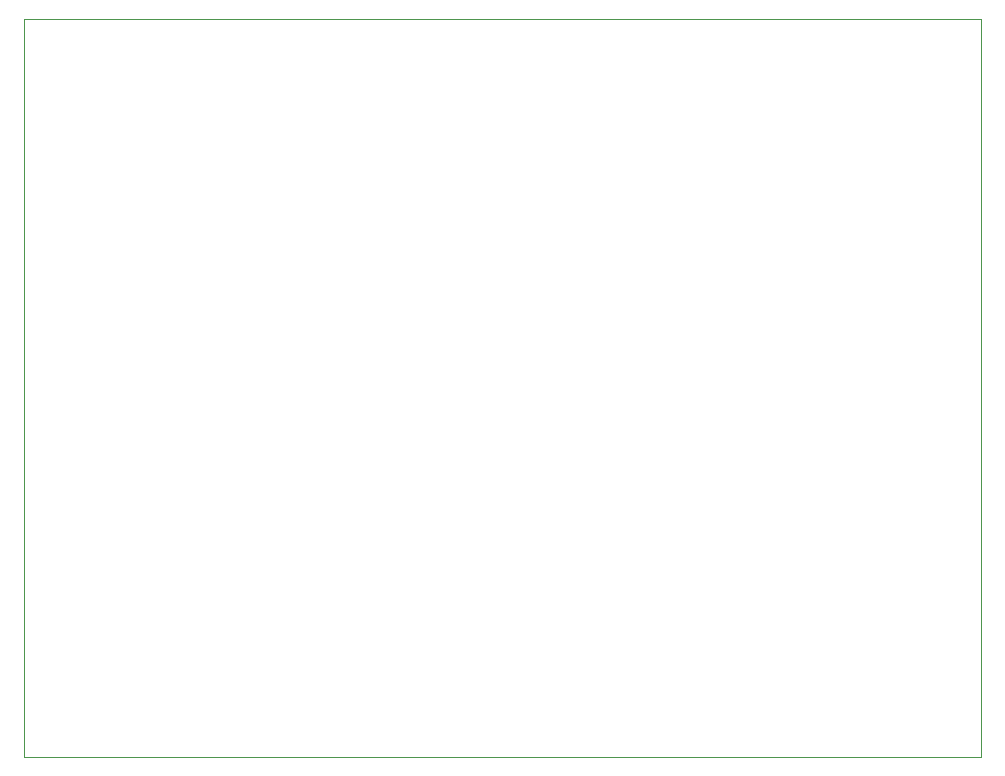
<source format=gbr>
G04 #@! TF.GenerationSoftware,KiCad,Pcbnew,(5.1.5-0-10_14)*
G04 #@! TF.CreationDate,2021-09-10T16:38:48+02:00*
G04 #@! TF.ProjectId,ms20verb,6d733230-7665-4726-922e-6b696361645f,rev?*
G04 #@! TF.SameCoordinates,Original*
G04 #@! TF.FileFunction,Profile,NP*
%FSLAX46Y46*%
G04 Gerber Fmt 4.6, Leading zero omitted, Abs format (unit mm)*
G04 Created by KiCad (PCBNEW (5.1.5-0-10_14)) date 2021-09-10 16:38:48*
%MOMM*%
%LPD*%
G04 APERTURE LIST*
%ADD10C,0.050000*%
G04 APERTURE END LIST*
D10*
X140500000Y-73000000D02*
X140500000Y-76500000D01*
X59500000Y-73000000D02*
X140500000Y-73000000D01*
X59500000Y-76500000D02*
X59500000Y-73000000D01*
X59500000Y-76500000D02*
X59500000Y-135500000D01*
X140500000Y-135500000D02*
X140500000Y-76500000D01*
X59500000Y-135500000D02*
X140500000Y-135500000D01*
M02*

</source>
